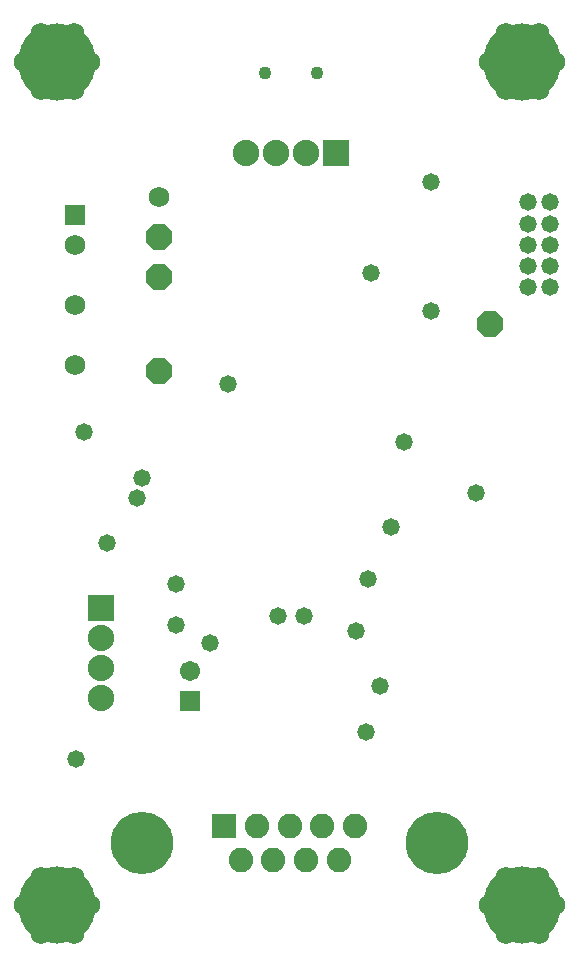
<source format=gbs>
G04 Layer_Color=8150272*
%FSAX24Y24*%
%MOIN*%
G70*
G01*
G75*
%ADD75C,0.0680*%
%ADD76C,0.2580*%
%ADD77P,0.0953X8X22.5*%
%ADD78C,0.0880*%
%ADD79R,0.0880X0.0880*%
%ADD80R,0.0880X0.0880*%
%ADD81R,0.0680X0.0680*%
%ADD82P,0.0953X8X112.5*%
%ADD83C,0.0671*%
%ADD84R,0.0671X0.0671*%
%ADD85C,0.0434*%
%ADD86C,0.0820*%
%ADD87R,0.0820X0.0820*%
%ADD88C,0.2080*%
%ADD89C,0.0580*%
D75*
X021576Y012646D02*
D03*
X022676D02*
D03*
X023226Y011693D02*
D03*
X022676Y010740D02*
D03*
X021576D02*
D03*
X021026Y011693D02*
D03*
X037088Y012646D02*
D03*
X038188D02*
D03*
X038738Y011693D02*
D03*
X038188Y010740D02*
D03*
X037088D02*
D03*
X036538Y011693D02*
D03*
X037088Y040756D02*
D03*
X038188D02*
D03*
X038738Y039803D02*
D03*
X038188Y038851D02*
D03*
X037088D02*
D03*
X036538Y039803D02*
D03*
X021576Y040756D02*
D03*
X022676D02*
D03*
X023226Y039803D02*
D03*
X022676Y038851D02*
D03*
X021576D02*
D03*
X021026Y039803D02*
D03*
X022717Y033685D02*
D03*
Y031685D02*
D03*
Y029685D02*
D03*
X025512Y035315D02*
D03*
D76*
X022126Y011693D02*
D03*
X037638D02*
D03*
Y039803D02*
D03*
X022126D02*
D03*
D77*
X025512Y029488D02*
D03*
X036575Y031063D02*
D03*
D78*
X028417Y036772D02*
D03*
X029417D02*
D03*
X030417D02*
D03*
X023583Y018614D02*
D03*
Y019614D02*
D03*
Y020614D02*
D03*
D79*
X031417Y036772D02*
D03*
D80*
X023583Y021614D02*
D03*
D81*
X022717Y034685D02*
D03*
D82*
X025512Y033976D02*
D03*
Y032638D02*
D03*
D83*
X026575Y019504D02*
D03*
D84*
Y018504D02*
D03*
D85*
X030787Y039429D02*
D03*
X029055D02*
D03*
D86*
X032063Y014331D02*
D03*
X030972D02*
D03*
X029882D02*
D03*
X028791D02*
D03*
X031518Y013213D02*
D03*
X030427D02*
D03*
X029337D02*
D03*
X028246D02*
D03*
D87*
X027701Y014331D02*
D03*
D88*
X034803Y013772D02*
D03*
X024961D02*
D03*
D89*
X030374Y021319D02*
D03*
X029488D02*
D03*
X027234Y020443D02*
D03*
X026102Y021024D02*
D03*
Y022402D02*
D03*
X023797Y023758D02*
D03*
X033268Y024291D02*
D03*
X032480Y022559D02*
D03*
X032598Y032756D02*
D03*
X038543Y032283D02*
D03*
Y032992D02*
D03*
Y033701D02*
D03*
Y034409D02*
D03*
Y035118D02*
D03*
X037835D02*
D03*
Y034409D02*
D03*
Y033701D02*
D03*
Y032992D02*
D03*
Y032283D02*
D03*
X034606Y031496D02*
D03*
Y035787D02*
D03*
X036102Y025433D02*
D03*
X033701Y027126D02*
D03*
X032087Y020827D02*
D03*
X023031Y027480D02*
D03*
X032905Y019007D02*
D03*
X032441Y017480D02*
D03*
X024961Y025945D02*
D03*
X024803Y025276D02*
D03*
X027835Y029055D02*
D03*
X022756Y016575D02*
D03*
M02*

</source>
